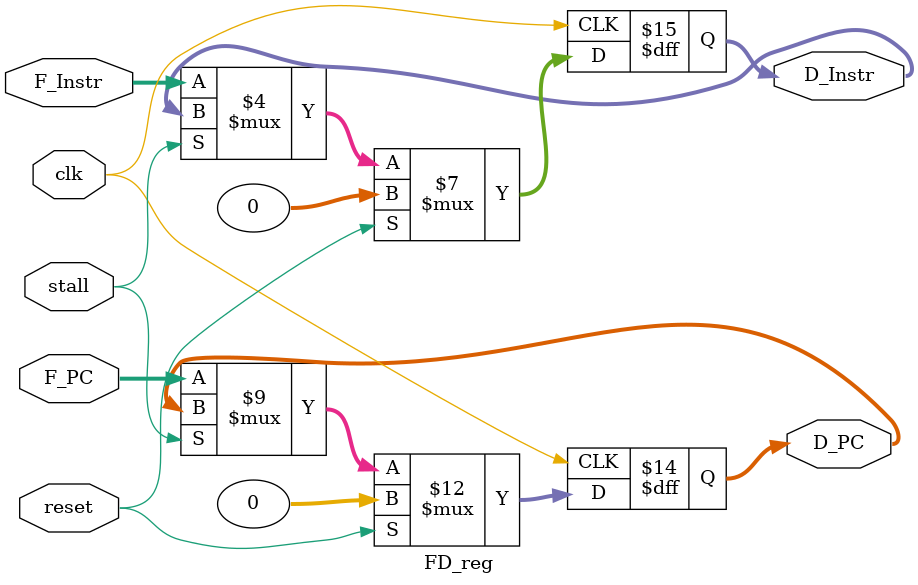
<source format=v>
`timescale 1ns / 1ps
module FD_reg(
    input clk,
	 input reset,
	 input stall,
	 input [31:0] F_PC,
	 input [31:0] F_Instr,
	 output reg [31:0] D_PC,
	 output reg [31:0] D_Instr
    );
always@(posedge clk) begin
    if(reset==1) begin // clear FD registers
		  D_PC<=0;
		  D_Instr<=0;
	 end
	 else begin
	 if(stall==0) begin //pipeline;
		  D_PC<=F_PC;
		  D_Instr<=F_Instr;
	 end
	 end
end

endmodule

</source>
